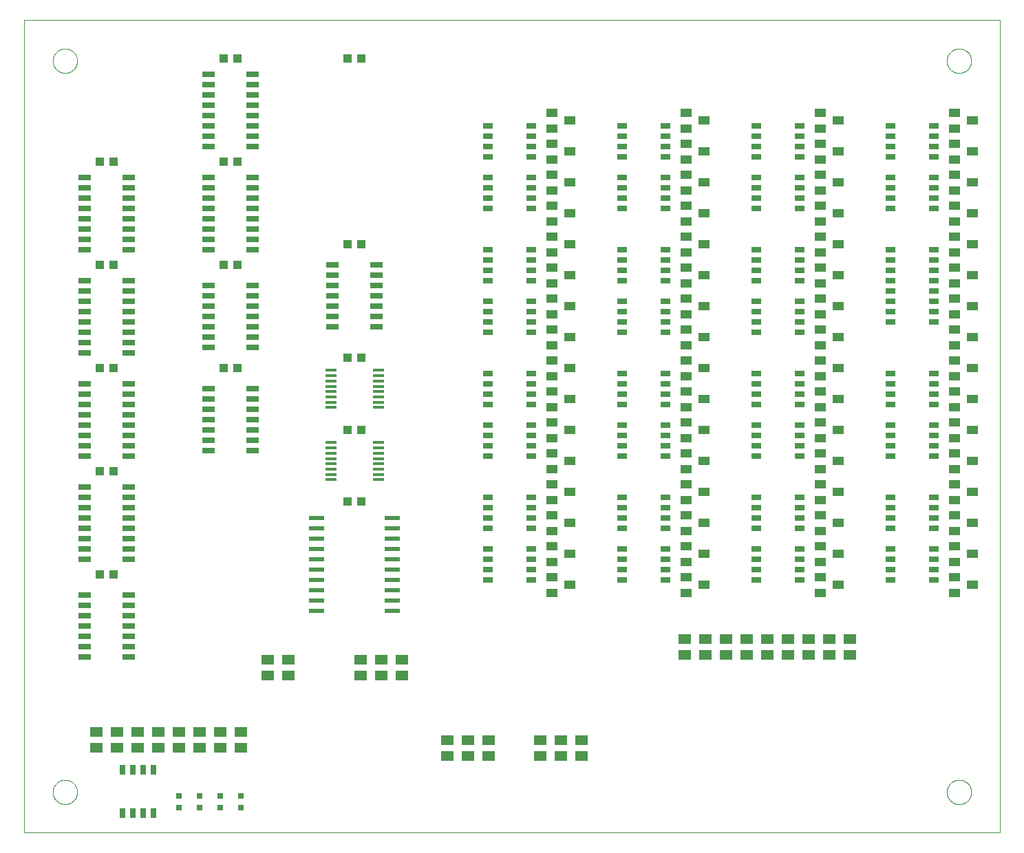
<source format=gtp>
G75*
%MOIN*%
%OFA0B0*%
%FSLAX25Y25*%
%IPPOS*%
%LPD*%
%AMOC8*
5,1,8,0,0,1.08239X$1,22.5*
%
%ADD10C,0.00000*%
%ADD11R,0.04331X0.03937*%
%ADD12R,0.05512X0.03937*%
%ADD13R,0.06004X0.02559*%
%ADD14R,0.05800X0.01400*%
%ADD15R,0.07800X0.02200*%
%ADD16R,0.03150X0.03150*%
%ADD17R,0.05906X0.05118*%
%ADD18R,0.02992X0.05000*%
%ADD19R,0.05000X0.02992*%
D10*
X0001800Y0003582D02*
X0001800Y0397283D01*
X0474241Y0397283D01*
X0474241Y0003582D01*
X0001800Y0003582D01*
X0015579Y0023267D02*
X0015581Y0023420D01*
X0015587Y0023574D01*
X0015597Y0023727D01*
X0015611Y0023879D01*
X0015629Y0024032D01*
X0015651Y0024183D01*
X0015676Y0024334D01*
X0015706Y0024485D01*
X0015740Y0024635D01*
X0015777Y0024783D01*
X0015818Y0024931D01*
X0015863Y0025077D01*
X0015912Y0025223D01*
X0015965Y0025367D01*
X0016021Y0025509D01*
X0016081Y0025650D01*
X0016145Y0025790D01*
X0016212Y0025928D01*
X0016283Y0026064D01*
X0016358Y0026198D01*
X0016435Y0026330D01*
X0016517Y0026460D01*
X0016601Y0026588D01*
X0016689Y0026714D01*
X0016780Y0026837D01*
X0016874Y0026958D01*
X0016972Y0027076D01*
X0017072Y0027192D01*
X0017176Y0027305D01*
X0017282Y0027416D01*
X0017391Y0027524D01*
X0017503Y0027629D01*
X0017617Y0027730D01*
X0017735Y0027829D01*
X0017854Y0027925D01*
X0017976Y0028018D01*
X0018101Y0028107D01*
X0018228Y0028194D01*
X0018357Y0028276D01*
X0018488Y0028356D01*
X0018621Y0028432D01*
X0018756Y0028505D01*
X0018893Y0028574D01*
X0019032Y0028639D01*
X0019172Y0028701D01*
X0019314Y0028759D01*
X0019457Y0028814D01*
X0019602Y0028865D01*
X0019748Y0028912D01*
X0019895Y0028955D01*
X0020043Y0028994D01*
X0020192Y0029030D01*
X0020342Y0029061D01*
X0020493Y0029089D01*
X0020644Y0029113D01*
X0020797Y0029133D01*
X0020949Y0029149D01*
X0021102Y0029161D01*
X0021255Y0029169D01*
X0021408Y0029173D01*
X0021562Y0029173D01*
X0021715Y0029169D01*
X0021868Y0029161D01*
X0022021Y0029149D01*
X0022173Y0029133D01*
X0022326Y0029113D01*
X0022477Y0029089D01*
X0022628Y0029061D01*
X0022778Y0029030D01*
X0022927Y0028994D01*
X0023075Y0028955D01*
X0023222Y0028912D01*
X0023368Y0028865D01*
X0023513Y0028814D01*
X0023656Y0028759D01*
X0023798Y0028701D01*
X0023938Y0028639D01*
X0024077Y0028574D01*
X0024214Y0028505D01*
X0024349Y0028432D01*
X0024482Y0028356D01*
X0024613Y0028276D01*
X0024742Y0028194D01*
X0024869Y0028107D01*
X0024994Y0028018D01*
X0025116Y0027925D01*
X0025235Y0027829D01*
X0025353Y0027730D01*
X0025467Y0027629D01*
X0025579Y0027524D01*
X0025688Y0027416D01*
X0025794Y0027305D01*
X0025898Y0027192D01*
X0025998Y0027076D01*
X0026096Y0026958D01*
X0026190Y0026837D01*
X0026281Y0026714D01*
X0026369Y0026588D01*
X0026453Y0026460D01*
X0026535Y0026330D01*
X0026612Y0026198D01*
X0026687Y0026064D01*
X0026758Y0025928D01*
X0026825Y0025790D01*
X0026889Y0025650D01*
X0026949Y0025509D01*
X0027005Y0025367D01*
X0027058Y0025223D01*
X0027107Y0025077D01*
X0027152Y0024931D01*
X0027193Y0024783D01*
X0027230Y0024635D01*
X0027264Y0024485D01*
X0027294Y0024334D01*
X0027319Y0024183D01*
X0027341Y0024032D01*
X0027359Y0023879D01*
X0027373Y0023727D01*
X0027383Y0023574D01*
X0027389Y0023420D01*
X0027391Y0023267D01*
X0027389Y0023114D01*
X0027383Y0022960D01*
X0027373Y0022807D01*
X0027359Y0022655D01*
X0027341Y0022502D01*
X0027319Y0022351D01*
X0027294Y0022200D01*
X0027264Y0022049D01*
X0027230Y0021899D01*
X0027193Y0021751D01*
X0027152Y0021603D01*
X0027107Y0021457D01*
X0027058Y0021311D01*
X0027005Y0021167D01*
X0026949Y0021025D01*
X0026889Y0020884D01*
X0026825Y0020744D01*
X0026758Y0020606D01*
X0026687Y0020470D01*
X0026612Y0020336D01*
X0026535Y0020204D01*
X0026453Y0020074D01*
X0026369Y0019946D01*
X0026281Y0019820D01*
X0026190Y0019697D01*
X0026096Y0019576D01*
X0025998Y0019458D01*
X0025898Y0019342D01*
X0025794Y0019229D01*
X0025688Y0019118D01*
X0025579Y0019010D01*
X0025467Y0018905D01*
X0025353Y0018804D01*
X0025235Y0018705D01*
X0025116Y0018609D01*
X0024994Y0018516D01*
X0024869Y0018427D01*
X0024742Y0018340D01*
X0024613Y0018258D01*
X0024482Y0018178D01*
X0024349Y0018102D01*
X0024214Y0018029D01*
X0024077Y0017960D01*
X0023938Y0017895D01*
X0023798Y0017833D01*
X0023656Y0017775D01*
X0023513Y0017720D01*
X0023368Y0017669D01*
X0023222Y0017622D01*
X0023075Y0017579D01*
X0022927Y0017540D01*
X0022778Y0017504D01*
X0022628Y0017473D01*
X0022477Y0017445D01*
X0022326Y0017421D01*
X0022173Y0017401D01*
X0022021Y0017385D01*
X0021868Y0017373D01*
X0021715Y0017365D01*
X0021562Y0017361D01*
X0021408Y0017361D01*
X0021255Y0017365D01*
X0021102Y0017373D01*
X0020949Y0017385D01*
X0020797Y0017401D01*
X0020644Y0017421D01*
X0020493Y0017445D01*
X0020342Y0017473D01*
X0020192Y0017504D01*
X0020043Y0017540D01*
X0019895Y0017579D01*
X0019748Y0017622D01*
X0019602Y0017669D01*
X0019457Y0017720D01*
X0019314Y0017775D01*
X0019172Y0017833D01*
X0019032Y0017895D01*
X0018893Y0017960D01*
X0018756Y0018029D01*
X0018621Y0018102D01*
X0018488Y0018178D01*
X0018357Y0018258D01*
X0018228Y0018340D01*
X0018101Y0018427D01*
X0017976Y0018516D01*
X0017854Y0018609D01*
X0017735Y0018705D01*
X0017617Y0018804D01*
X0017503Y0018905D01*
X0017391Y0019010D01*
X0017282Y0019118D01*
X0017176Y0019229D01*
X0017072Y0019342D01*
X0016972Y0019458D01*
X0016874Y0019576D01*
X0016780Y0019697D01*
X0016689Y0019820D01*
X0016601Y0019946D01*
X0016517Y0020074D01*
X0016435Y0020204D01*
X0016358Y0020336D01*
X0016283Y0020470D01*
X0016212Y0020606D01*
X0016145Y0020744D01*
X0016081Y0020884D01*
X0016021Y0021025D01*
X0015965Y0021167D01*
X0015912Y0021311D01*
X0015863Y0021457D01*
X0015818Y0021603D01*
X0015777Y0021751D01*
X0015740Y0021899D01*
X0015706Y0022049D01*
X0015676Y0022200D01*
X0015651Y0022351D01*
X0015629Y0022502D01*
X0015611Y0022655D01*
X0015597Y0022807D01*
X0015587Y0022960D01*
X0015581Y0023114D01*
X0015579Y0023267D01*
X0015579Y0377598D02*
X0015581Y0377751D01*
X0015587Y0377905D01*
X0015597Y0378058D01*
X0015611Y0378210D01*
X0015629Y0378363D01*
X0015651Y0378514D01*
X0015676Y0378665D01*
X0015706Y0378816D01*
X0015740Y0378966D01*
X0015777Y0379114D01*
X0015818Y0379262D01*
X0015863Y0379408D01*
X0015912Y0379554D01*
X0015965Y0379698D01*
X0016021Y0379840D01*
X0016081Y0379981D01*
X0016145Y0380121D01*
X0016212Y0380259D01*
X0016283Y0380395D01*
X0016358Y0380529D01*
X0016435Y0380661D01*
X0016517Y0380791D01*
X0016601Y0380919D01*
X0016689Y0381045D01*
X0016780Y0381168D01*
X0016874Y0381289D01*
X0016972Y0381407D01*
X0017072Y0381523D01*
X0017176Y0381636D01*
X0017282Y0381747D01*
X0017391Y0381855D01*
X0017503Y0381960D01*
X0017617Y0382061D01*
X0017735Y0382160D01*
X0017854Y0382256D01*
X0017976Y0382349D01*
X0018101Y0382438D01*
X0018228Y0382525D01*
X0018357Y0382607D01*
X0018488Y0382687D01*
X0018621Y0382763D01*
X0018756Y0382836D01*
X0018893Y0382905D01*
X0019032Y0382970D01*
X0019172Y0383032D01*
X0019314Y0383090D01*
X0019457Y0383145D01*
X0019602Y0383196D01*
X0019748Y0383243D01*
X0019895Y0383286D01*
X0020043Y0383325D01*
X0020192Y0383361D01*
X0020342Y0383392D01*
X0020493Y0383420D01*
X0020644Y0383444D01*
X0020797Y0383464D01*
X0020949Y0383480D01*
X0021102Y0383492D01*
X0021255Y0383500D01*
X0021408Y0383504D01*
X0021562Y0383504D01*
X0021715Y0383500D01*
X0021868Y0383492D01*
X0022021Y0383480D01*
X0022173Y0383464D01*
X0022326Y0383444D01*
X0022477Y0383420D01*
X0022628Y0383392D01*
X0022778Y0383361D01*
X0022927Y0383325D01*
X0023075Y0383286D01*
X0023222Y0383243D01*
X0023368Y0383196D01*
X0023513Y0383145D01*
X0023656Y0383090D01*
X0023798Y0383032D01*
X0023938Y0382970D01*
X0024077Y0382905D01*
X0024214Y0382836D01*
X0024349Y0382763D01*
X0024482Y0382687D01*
X0024613Y0382607D01*
X0024742Y0382525D01*
X0024869Y0382438D01*
X0024994Y0382349D01*
X0025116Y0382256D01*
X0025235Y0382160D01*
X0025353Y0382061D01*
X0025467Y0381960D01*
X0025579Y0381855D01*
X0025688Y0381747D01*
X0025794Y0381636D01*
X0025898Y0381523D01*
X0025998Y0381407D01*
X0026096Y0381289D01*
X0026190Y0381168D01*
X0026281Y0381045D01*
X0026369Y0380919D01*
X0026453Y0380791D01*
X0026535Y0380661D01*
X0026612Y0380529D01*
X0026687Y0380395D01*
X0026758Y0380259D01*
X0026825Y0380121D01*
X0026889Y0379981D01*
X0026949Y0379840D01*
X0027005Y0379698D01*
X0027058Y0379554D01*
X0027107Y0379408D01*
X0027152Y0379262D01*
X0027193Y0379114D01*
X0027230Y0378966D01*
X0027264Y0378816D01*
X0027294Y0378665D01*
X0027319Y0378514D01*
X0027341Y0378363D01*
X0027359Y0378210D01*
X0027373Y0378058D01*
X0027383Y0377905D01*
X0027389Y0377751D01*
X0027391Y0377598D01*
X0027389Y0377445D01*
X0027383Y0377291D01*
X0027373Y0377138D01*
X0027359Y0376986D01*
X0027341Y0376833D01*
X0027319Y0376682D01*
X0027294Y0376531D01*
X0027264Y0376380D01*
X0027230Y0376230D01*
X0027193Y0376082D01*
X0027152Y0375934D01*
X0027107Y0375788D01*
X0027058Y0375642D01*
X0027005Y0375498D01*
X0026949Y0375356D01*
X0026889Y0375215D01*
X0026825Y0375075D01*
X0026758Y0374937D01*
X0026687Y0374801D01*
X0026612Y0374667D01*
X0026535Y0374535D01*
X0026453Y0374405D01*
X0026369Y0374277D01*
X0026281Y0374151D01*
X0026190Y0374028D01*
X0026096Y0373907D01*
X0025998Y0373789D01*
X0025898Y0373673D01*
X0025794Y0373560D01*
X0025688Y0373449D01*
X0025579Y0373341D01*
X0025467Y0373236D01*
X0025353Y0373135D01*
X0025235Y0373036D01*
X0025116Y0372940D01*
X0024994Y0372847D01*
X0024869Y0372758D01*
X0024742Y0372671D01*
X0024613Y0372589D01*
X0024482Y0372509D01*
X0024349Y0372433D01*
X0024214Y0372360D01*
X0024077Y0372291D01*
X0023938Y0372226D01*
X0023798Y0372164D01*
X0023656Y0372106D01*
X0023513Y0372051D01*
X0023368Y0372000D01*
X0023222Y0371953D01*
X0023075Y0371910D01*
X0022927Y0371871D01*
X0022778Y0371835D01*
X0022628Y0371804D01*
X0022477Y0371776D01*
X0022326Y0371752D01*
X0022173Y0371732D01*
X0022021Y0371716D01*
X0021868Y0371704D01*
X0021715Y0371696D01*
X0021562Y0371692D01*
X0021408Y0371692D01*
X0021255Y0371696D01*
X0021102Y0371704D01*
X0020949Y0371716D01*
X0020797Y0371732D01*
X0020644Y0371752D01*
X0020493Y0371776D01*
X0020342Y0371804D01*
X0020192Y0371835D01*
X0020043Y0371871D01*
X0019895Y0371910D01*
X0019748Y0371953D01*
X0019602Y0372000D01*
X0019457Y0372051D01*
X0019314Y0372106D01*
X0019172Y0372164D01*
X0019032Y0372226D01*
X0018893Y0372291D01*
X0018756Y0372360D01*
X0018621Y0372433D01*
X0018488Y0372509D01*
X0018357Y0372589D01*
X0018228Y0372671D01*
X0018101Y0372758D01*
X0017976Y0372847D01*
X0017854Y0372940D01*
X0017735Y0373036D01*
X0017617Y0373135D01*
X0017503Y0373236D01*
X0017391Y0373341D01*
X0017282Y0373449D01*
X0017176Y0373560D01*
X0017072Y0373673D01*
X0016972Y0373789D01*
X0016874Y0373907D01*
X0016780Y0374028D01*
X0016689Y0374151D01*
X0016601Y0374277D01*
X0016517Y0374405D01*
X0016435Y0374535D01*
X0016358Y0374667D01*
X0016283Y0374801D01*
X0016212Y0374937D01*
X0016145Y0375075D01*
X0016081Y0375215D01*
X0016021Y0375356D01*
X0015965Y0375498D01*
X0015912Y0375642D01*
X0015863Y0375788D01*
X0015818Y0375934D01*
X0015777Y0376082D01*
X0015740Y0376230D01*
X0015706Y0376380D01*
X0015676Y0376531D01*
X0015651Y0376682D01*
X0015629Y0376833D01*
X0015611Y0376986D01*
X0015597Y0377138D01*
X0015587Y0377291D01*
X0015581Y0377445D01*
X0015579Y0377598D01*
X0448650Y0377598D02*
X0448652Y0377751D01*
X0448658Y0377905D01*
X0448668Y0378058D01*
X0448682Y0378210D01*
X0448700Y0378363D01*
X0448722Y0378514D01*
X0448747Y0378665D01*
X0448777Y0378816D01*
X0448811Y0378966D01*
X0448848Y0379114D01*
X0448889Y0379262D01*
X0448934Y0379408D01*
X0448983Y0379554D01*
X0449036Y0379698D01*
X0449092Y0379840D01*
X0449152Y0379981D01*
X0449216Y0380121D01*
X0449283Y0380259D01*
X0449354Y0380395D01*
X0449429Y0380529D01*
X0449506Y0380661D01*
X0449588Y0380791D01*
X0449672Y0380919D01*
X0449760Y0381045D01*
X0449851Y0381168D01*
X0449945Y0381289D01*
X0450043Y0381407D01*
X0450143Y0381523D01*
X0450247Y0381636D01*
X0450353Y0381747D01*
X0450462Y0381855D01*
X0450574Y0381960D01*
X0450688Y0382061D01*
X0450806Y0382160D01*
X0450925Y0382256D01*
X0451047Y0382349D01*
X0451172Y0382438D01*
X0451299Y0382525D01*
X0451428Y0382607D01*
X0451559Y0382687D01*
X0451692Y0382763D01*
X0451827Y0382836D01*
X0451964Y0382905D01*
X0452103Y0382970D01*
X0452243Y0383032D01*
X0452385Y0383090D01*
X0452528Y0383145D01*
X0452673Y0383196D01*
X0452819Y0383243D01*
X0452966Y0383286D01*
X0453114Y0383325D01*
X0453263Y0383361D01*
X0453413Y0383392D01*
X0453564Y0383420D01*
X0453715Y0383444D01*
X0453868Y0383464D01*
X0454020Y0383480D01*
X0454173Y0383492D01*
X0454326Y0383500D01*
X0454479Y0383504D01*
X0454633Y0383504D01*
X0454786Y0383500D01*
X0454939Y0383492D01*
X0455092Y0383480D01*
X0455244Y0383464D01*
X0455397Y0383444D01*
X0455548Y0383420D01*
X0455699Y0383392D01*
X0455849Y0383361D01*
X0455998Y0383325D01*
X0456146Y0383286D01*
X0456293Y0383243D01*
X0456439Y0383196D01*
X0456584Y0383145D01*
X0456727Y0383090D01*
X0456869Y0383032D01*
X0457009Y0382970D01*
X0457148Y0382905D01*
X0457285Y0382836D01*
X0457420Y0382763D01*
X0457553Y0382687D01*
X0457684Y0382607D01*
X0457813Y0382525D01*
X0457940Y0382438D01*
X0458065Y0382349D01*
X0458187Y0382256D01*
X0458306Y0382160D01*
X0458424Y0382061D01*
X0458538Y0381960D01*
X0458650Y0381855D01*
X0458759Y0381747D01*
X0458865Y0381636D01*
X0458969Y0381523D01*
X0459069Y0381407D01*
X0459167Y0381289D01*
X0459261Y0381168D01*
X0459352Y0381045D01*
X0459440Y0380919D01*
X0459524Y0380791D01*
X0459606Y0380661D01*
X0459683Y0380529D01*
X0459758Y0380395D01*
X0459829Y0380259D01*
X0459896Y0380121D01*
X0459960Y0379981D01*
X0460020Y0379840D01*
X0460076Y0379698D01*
X0460129Y0379554D01*
X0460178Y0379408D01*
X0460223Y0379262D01*
X0460264Y0379114D01*
X0460301Y0378966D01*
X0460335Y0378816D01*
X0460365Y0378665D01*
X0460390Y0378514D01*
X0460412Y0378363D01*
X0460430Y0378210D01*
X0460444Y0378058D01*
X0460454Y0377905D01*
X0460460Y0377751D01*
X0460462Y0377598D01*
X0460460Y0377445D01*
X0460454Y0377291D01*
X0460444Y0377138D01*
X0460430Y0376986D01*
X0460412Y0376833D01*
X0460390Y0376682D01*
X0460365Y0376531D01*
X0460335Y0376380D01*
X0460301Y0376230D01*
X0460264Y0376082D01*
X0460223Y0375934D01*
X0460178Y0375788D01*
X0460129Y0375642D01*
X0460076Y0375498D01*
X0460020Y0375356D01*
X0459960Y0375215D01*
X0459896Y0375075D01*
X0459829Y0374937D01*
X0459758Y0374801D01*
X0459683Y0374667D01*
X0459606Y0374535D01*
X0459524Y0374405D01*
X0459440Y0374277D01*
X0459352Y0374151D01*
X0459261Y0374028D01*
X0459167Y0373907D01*
X0459069Y0373789D01*
X0458969Y0373673D01*
X0458865Y0373560D01*
X0458759Y0373449D01*
X0458650Y0373341D01*
X0458538Y0373236D01*
X0458424Y0373135D01*
X0458306Y0373036D01*
X0458187Y0372940D01*
X0458065Y0372847D01*
X0457940Y0372758D01*
X0457813Y0372671D01*
X0457684Y0372589D01*
X0457553Y0372509D01*
X0457420Y0372433D01*
X0457285Y0372360D01*
X0457148Y0372291D01*
X0457009Y0372226D01*
X0456869Y0372164D01*
X0456727Y0372106D01*
X0456584Y0372051D01*
X0456439Y0372000D01*
X0456293Y0371953D01*
X0456146Y0371910D01*
X0455998Y0371871D01*
X0455849Y0371835D01*
X0455699Y0371804D01*
X0455548Y0371776D01*
X0455397Y0371752D01*
X0455244Y0371732D01*
X0455092Y0371716D01*
X0454939Y0371704D01*
X0454786Y0371696D01*
X0454633Y0371692D01*
X0454479Y0371692D01*
X0454326Y0371696D01*
X0454173Y0371704D01*
X0454020Y0371716D01*
X0453868Y0371732D01*
X0453715Y0371752D01*
X0453564Y0371776D01*
X0453413Y0371804D01*
X0453263Y0371835D01*
X0453114Y0371871D01*
X0452966Y0371910D01*
X0452819Y0371953D01*
X0452673Y0372000D01*
X0452528Y0372051D01*
X0452385Y0372106D01*
X0452243Y0372164D01*
X0452103Y0372226D01*
X0451964Y0372291D01*
X0451827Y0372360D01*
X0451692Y0372433D01*
X0451559Y0372509D01*
X0451428Y0372589D01*
X0451299Y0372671D01*
X0451172Y0372758D01*
X0451047Y0372847D01*
X0450925Y0372940D01*
X0450806Y0373036D01*
X0450688Y0373135D01*
X0450574Y0373236D01*
X0450462Y0373341D01*
X0450353Y0373449D01*
X0450247Y0373560D01*
X0450143Y0373673D01*
X0450043Y0373789D01*
X0449945Y0373907D01*
X0449851Y0374028D01*
X0449760Y0374151D01*
X0449672Y0374277D01*
X0449588Y0374405D01*
X0449506Y0374535D01*
X0449429Y0374667D01*
X0449354Y0374801D01*
X0449283Y0374937D01*
X0449216Y0375075D01*
X0449152Y0375215D01*
X0449092Y0375356D01*
X0449036Y0375498D01*
X0448983Y0375642D01*
X0448934Y0375788D01*
X0448889Y0375934D01*
X0448848Y0376082D01*
X0448811Y0376230D01*
X0448777Y0376380D01*
X0448747Y0376531D01*
X0448722Y0376682D01*
X0448700Y0376833D01*
X0448682Y0376986D01*
X0448668Y0377138D01*
X0448658Y0377291D01*
X0448652Y0377445D01*
X0448650Y0377598D01*
X0448650Y0023267D02*
X0448652Y0023420D01*
X0448658Y0023574D01*
X0448668Y0023727D01*
X0448682Y0023879D01*
X0448700Y0024032D01*
X0448722Y0024183D01*
X0448747Y0024334D01*
X0448777Y0024485D01*
X0448811Y0024635D01*
X0448848Y0024783D01*
X0448889Y0024931D01*
X0448934Y0025077D01*
X0448983Y0025223D01*
X0449036Y0025367D01*
X0449092Y0025509D01*
X0449152Y0025650D01*
X0449216Y0025790D01*
X0449283Y0025928D01*
X0449354Y0026064D01*
X0449429Y0026198D01*
X0449506Y0026330D01*
X0449588Y0026460D01*
X0449672Y0026588D01*
X0449760Y0026714D01*
X0449851Y0026837D01*
X0449945Y0026958D01*
X0450043Y0027076D01*
X0450143Y0027192D01*
X0450247Y0027305D01*
X0450353Y0027416D01*
X0450462Y0027524D01*
X0450574Y0027629D01*
X0450688Y0027730D01*
X0450806Y0027829D01*
X0450925Y0027925D01*
X0451047Y0028018D01*
X0451172Y0028107D01*
X0451299Y0028194D01*
X0451428Y0028276D01*
X0451559Y0028356D01*
X0451692Y0028432D01*
X0451827Y0028505D01*
X0451964Y0028574D01*
X0452103Y0028639D01*
X0452243Y0028701D01*
X0452385Y0028759D01*
X0452528Y0028814D01*
X0452673Y0028865D01*
X0452819Y0028912D01*
X0452966Y0028955D01*
X0453114Y0028994D01*
X0453263Y0029030D01*
X0453413Y0029061D01*
X0453564Y0029089D01*
X0453715Y0029113D01*
X0453868Y0029133D01*
X0454020Y0029149D01*
X0454173Y0029161D01*
X0454326Y0029169D01*
X0454479Y0029173D01*
X0454633Y0029173D01*
X0454786Y0029169D01*
X0454939Y0029161D01*
X0455092Y0029149D01*
X0455244Y0029133D01*
X0455397Y0029113D01*
X0455548Y0029089D01*
X0455699Y0029061D01*
X0455849Y0029030D01*
X0455998Y0028994D01*
X0456146Y0028955D01*
X0456293Y0028912D01*
X0456439Y0028865D01*
X0456584Y0028814D01*
X0456727Y0028759D01*
X0456869Y0028701D01*
X0457009Y0028639D01*
X0457148Y0028574D01*
X0457285Y0028505D01*
X0457420Y0028432D01*
X0457553Y0028356D01*
X0457684Y0028276D01*
X0457813Y0028194D01*
X0457940Y0028107D01*
X0458065Y0028018D01*
X0458187Y0027925D01*
X0458306Y0027829D01*
X0458424Y0027730D01*
X0458538Y0027629D01*
X0458650Y0027524D01*
X0458759Y0027416D01*
X0458865Y0027305D01*
X0458969Y0027192D01*
X0459069Y0027076D01*
X0459167Y0026958D01*
X0459261Y0026837D01*
X0459352Y0026714D01*
X0459440Y0026588D01*
X0459524Y0026460D01*
X0459606Y0026330D01*
X0459683Y0026198D01*
X0459758Y0026064D01*
X0459829Y0025928D01*
X0459896Y0025790D01*
X0459960Y0025650D01*
X0460020Y0025509D01*
X0460076Y0025367D01*
X0460129Y0025223D01*
X0460178Y0025077D01*
X0460223Y0024931D01*
X0460264Y0024783D01*
X0460301Y0024635D01*
X0460335Y0024485D01*
X0460365Y0024334D01*
X0460390Y0024183D01*
X0460412Y0024032D01*
X0460430Y0023879D01*
X0460444Y0023727D01*
X0460454Y0023574D01*
X0460460Y0023420D01*
X0460462Y0023267D01*
X0460460Y0023114D01*
X0460454Y0022960D01*
X0460444Y0022807D01*
X0460430Y0022655D01*
X0460412Y0022502D01*
X0460390Y0022351D01*
X0460365Y0022200D01*
X0460335Y0022049D01*
X0460301Y0021899D01*
X0460264Y0021751D01*
X0460223Y0021603D01*
X0460178Y0021457D01*
X0460129Y0021311D01*
X0460076Y0021167D01*
X0460020Y0021025D01*
X0459960Y0020884D01*
X0459896Y0020744D01*
X0459829Y0020606D01*
X0459758Y0020470D01*
X0459683Y0020336D01*
X0459606Y0020204D01*
X0459524Y0020074D01*
X0459440Y0019946D01*
X0459352Y0019820D01*
X0459261Y0019697D01*
X0459167Y0019576D01*
X0459069Y0019458D01*
X0458969Y0019342D01*
X0458865Y0019229D01*
X0458759Y0019118D01*
X0458650Y0019010D01*
X0458538Y0018905D01*
X0458424Y0018804D01*
X0458306Y0018705D01*
X0458187Y0018609D01*
X0458065Y0018516D01*
X0457940Y0018427D01*
X0457813Y0018340D01*
X0457684Y0018258D01*
X0457553Y0018178D01*
X0457420Y0018102D01*
X0457285Y0018029D01*
X0457148Y0017960D01*
X0457009Y0017895D01*
X0456869Y0017833D01*
X0456727Y0017775D01*
X0456584Y0017720D01*
X0456439Y0017669D01*
X0456293Y0017622D01*
X0456146Y0017579D01*
X0455998Y0017540D01*
X0455849Y0017504D01*
X0455699Y0017473D01*
X0455548Y0017445D01*
X0455397Y0017421D01*
X0455244Y0017401D01*
X0455092Y0017385D01*
X0454939Y0017373D01*
X0454786Y0017365D01*
X0454633Y0017361D01*
X0454479Y0017361D01*
X0454326Y0017365D01*
X0454173Y0017373D01*
X0454020Y0017385D01*
X0453868Y0017401D01*
X0453715Y0017421D01*
X0453564Y0017445D01*
X0453413Y0017473D01*
X0453263Y0017504D01*
X0453114Y0017540D01*
X0452966Y0017579D01*
X0452819Y0017622D01*
X0452673Y0017669D01*
X0452528Y0017720D01*
X0452385Y0017775D01*
X0452243Y0017833D01*
X0452103Y0017895D01*
X0451964Y0017960D01*
X0451827Y0018029D01*
X0451692Y0018102D01*
X0451559Y0018178D01*
X0451428Y0018258D01*
X0451299Y0018340D01*
X0451172Y0018427D01*
X0451047Y0018516D01*
X0450925Y0018609D01*
X0450806Y0018705D01*
X0450688Y0018804D01*
X0450574Y0018905D01*
X0450462Y0019010D01*
X0450353Y0019118D01*
X0450247Y0019229D01*
X0450143Y0019342D01*
X0450043Y0019458D01*
X0449945Y0019576D01*
X0449851Y0019697D01*
X0449760Y0019820D01*
X0449672Y0019946D01*
X0449588Y0020074D01*
X0449506Y0020204D01*
X0449429Y0020336D01*
X0449354Y0020470D01*
X0449283Y0020606D01*
X0449216Y0020744D01*
X0449152Y0020884D01*
X0449092Y0021025D01*
X0449036Y0021167D01*
X0448983Y0021311D01*
X0448934Y0021457D01*
X0448889Y0021603D01*
X0448848Y0021751D01*
X0448811Y0021899D01*
X0448777Y0022049D01*
X0448747Y0022200D01*
X0448722Y0022351D01*
X0448700Y0022502D01*
X0448682Y0022655D01*
X0448668Y0022807D01*
X0448658Y0022960D01*
X0448652Y0023114D01*
X0448650Y0023267D01*
D11*
X0165068Y0164055D03*
X0158375Y0164055D03*
X0158454Y0198582D03*
X0165146Y0198582D03*
X0165146Y0233582D03*
X0158454Y0233582D03*
X0105146Y0228582D03*
X0098454Y0228582D03*
X0045146Y0228582D03*
X0038454Y0228582D03*
X0038454Y0278582D03*
X0045146Y0278582D03*
X0098454Y0278582D03*
X0105146Y0278582D03*
X0158454Y0288582D03*
X0165146Y0288582D03*
X0105146Y0328582D03*
X0098454Y0328582D03*
X0045146Y0328582D03*
X0038454Y0328582D03*
X0098454Y0378582D03*
X0105146Y0378582D03*
X0158454Y0378582D03*
X0165146Y0378582D03*
X0045146Y0178582D03*
X0038454Y0178582D03*
X0038454Y0128582D03*
X0045146Y0128582D03*
D12*
X0257469Y0127323D03*
X0257469Y0119842D03*
X0266131Y0123582D03*
X0257469Y0134842D03*
X0266131Y0138582D03*
X0257469Y0142323D03*
X0257469Y0149842D03*
X0266131Y0153582D03*
X0257469Y0157323D03*
X0257469Y0164842D03*
X0266131Y0168582D03*
X0257469Y0172323D03*
X0257469Y0179842D03*
X0257469Y0187323D03*
X0266131Y0183582D03*
X0257469Y0194842D03*
X0266131Y0198582D03*
X0257469Y0202323D03*
X0257469Y0209842D03*
X0266131Y0213582D03*
X0257469Y0217323D03*
X0257469Y0224842D03*
X0266131Y0228582D03*
X0257469Y0232323D03*
X0257469Y0239842D03*
X0257469Y0247323D03*
X0266131Y0243582D03*
X0257469Y0254842D03*
X0266131Y0258582D03*
X0257469Y0262323D03*
X0257469Y0269842D03*
X0266131Y0273582D03*
X0257469Y0277323D03*
X0257469Y0284842D03*
X0266131Y0288582D03*
X0257469Y0292323D03*
X0257469Y0299842D03*
X0266131Y0303582D03*
X0257469Y0307323D03*
X0257469Y0314842D03*
X0266131Y0318582D03*
X0257469Y0322323D03*
X0257469Y0329842D03*
X0266131Y0333582D03*
X0257469Y0337323D03*
X0257469Y0344842D03*
X0266131Y0348582D03*
X0257469Y0352323D03*
X0322469Y0352323D03*
X0322469Y0344842D03*
X0322469Y0337323D03*
X0322469Y0329842D03*
X0322469Y0322323D03*
X0322469Y0314842D03*
X0322469Y0307323D03*
X0322469Y0299842D03*
X0322469Y0292323D03*
X0322469Y0284842D03*
X0322469Y0277323D03*
X0322469Y0269842D03*
X0322469Y0262323D03*
X0322469Y0254842D03*
X0322469Y0247323D03*
X0322469Y0239842D03*
X0322469Y0232323D03*
X0322469Y0224842D03*
X0322469Y0217323D03*
X0322469Y0209842D03*
X0322469Y0202323D03*
X0322469Y0194842D03*
X0322469Y0187323D03*
X0322469Y0179842D03*
X0322469Y0172323D03*
X0322469Y0164842D03*
X0322469Y0157323D03*
X0322469Y0149842D03*
X0322469Y0142323D03*
X0322469Y0134842D03*
X0322469Y0127323D03*
X0322469Y0119842D03*
X0331131Y0123582D03*
X0331131Y0138582D03*
X0331131Y0153582D03*
X0331131Y0168582D03*
X0331131Y0183582D03*
X0331131Y0198582D03*
X0331131Y0213582D03*
X0331131Y0228582D03*
X0331131Y0243582D03*
X0331131Y0258582D03*
X0331131Y0273582D03*
X0331131Y0288582D03*
X0331131Y0303582D03*
X0331131Y0318582D03*
X0331131Y0333582D03*
X0331131Y0348582D03*
X0387469Y0344842D03*
X0387469Y0352323D03*
X0396131Y0348582D03*
X0387469Y0337323D03*
X0387469Y0329842D03*
X0387469Y0322323D03*
X0387469Y0314842D03*
X0387469Y0307323D03*
X0387469Y0299842D03*
X0387469Y0292323D03*
X0387469Y0284842D03*
X0387469Y0277323D03*
X0387469Y0269842D03*
X0387469Y0262323D03*
X0387469Y0254842D03*
X0387469Y0247323D03*
X0387469Y0239842D03*
X0387469Y0232323D03*
X0387469Y0224842D03*
X0387469Y0217323D03*
X0387469Y0209842D03*
X0387469Y0202323D03*
X0387469Y0194842D03*
X0387469Y0187323D03*
X0387469Y0179842D03*
X0387469Y0172323D03*
X0387469Y0164842D03*
X0387469Y0157323D03*
X0387469Y0149842D03*
X0387469Y0142323D03*
X0387469Y0134842D03*
X0387469Y0127323D03*
X0387469Y0119842D03*
X0396131Y0123582D03*
X0396131Y0138582D03*
X0396131Y0153582D03*
X0396131Y0168582D03*
X0396131Y0183582D03*
X0396131Y0198582D03*
X0396131Y0213582D03*
X0396131Y0228582D03*
X0396131Y0243582D03*
X0396131Y0258582D03*
X0396131Y0273582D03*
X0396131Y0288582D03*
X0396131Y0303582D03*
X0396131Y0318582D03*
X0396131Y0333582D03*
X0452469Y0329842D03*
X0461131Y0333582D03*
X0452469Y0337323D03*
X0452469Y0344842D03*
X0461131Y0348582D03*
X0452469Y0352323D03*
X0452469Y0322323D03*
X0461131Y0318582D03*
X0452469Y0314842D03*
X0452469Y0307323D03*
X0461131Y0303582D03*
X0452469Y0299842D03*
X0452469Y0292323D03*
X0461131Y0288582D03*
X0452469Y0284842D03*
X0452469Y0277323D03*
X0461131Y0273582D03*
X0452469Y0269842D03*
X0452469Y0262323D03*
X0461131Y0258582D03*
X0452469Y0254842D03*
X0452469Y0247323D03*
X0452469Y0239842D03*
X0461131Y0243582D03*
X0452469Y0232323D03*
X0461131Y0228582D03*
X0452469Y0224842D03*
X0452469Y0217323D03*
X0461131Y0213582D03*
X0452469Y0209842D03*
X0452469Y0202323D03*
X0461131Y0198582D03*
X0452469Y0194842D03*
X0452469Y0187323D03*
X0452469Y0179842D03*
X0461131Y0183582D03*
X0452469Y0172323D03*
X0461131Y0168582D03*
X0452469Y0164842D03*
X0452469Y0157323D03*
X0461131Y0153582D03*
X0452469Y0149842D03*
X0452469Y0142323D03*
X0461131Y0138582D03*
X0452469Y0134842D03*
X0452469Y0127323D03*
X0452469Y0119842D03*
X0461131Y0123582D03*
D13*
X0172477Y0248582D03*
X0172477Y0253582D03*
X0172477Y0258582D03*
X0172477Y0263582D03*
X0172477Y0268582D03*
X0172477Y0273582D03*
X0172477Y0278582D03*
X0151123Y0278582D03*
X0151123Y0273582D03*
X0151123Y0268582D03*
X0151123Y0263582D03*
X0151123Y0258582D03*
X0151123Y0253582D03*
X0151123Y0248582D03*
X0112477Y0248582D03*
X0112477Y0243582D03*
X0112477Y0238582D03*
X0112477Y0253582D03*
X0112477Y0258582D03*
X0112477Y0263582D03*
X0112477Y0268582D03*
X0112477Y0286082D03*
X0112477Y0291082D03*
X0112477Y0296082D03*
X0112477Y0301082D03*
X0112477Y0306082D03*
X0112477Y0311082D03*
X0112477Y0316082D03*
X0112477Y0321082D03*
X0112477Y0336082D03*
X0112477Y0341082D03*
X0112477Y0346082D03*
X0112477Y0351082D03*
X0112477Y0356082D03*
X0112477Y0361082D03*
X0112477Y0366082D03*
X0112477Y0371082D03*
X0091123Y0371082D03*
X0091123Y0366082D03*
X0091123Y0361082D03*
X0091123Y0356082D03*
X0091123Y0351082D03*
X0091123Y0346082D03*
X0091123Y0341082D03*
X0091123Y0336082D03*
X0091123Y0321082D03*
X0091123Y0316082D03*
X0091123Y0311082D03*
X0091123Y0306082D03*
X0091123Y0301082D03*
X0091123Y0296082D03*
X0091123Y0291082D03*
X0091123Y0286082D03*
X0091123Y0268582D03*
X0091123Y0263582D03*
X0091123Y0258582D03*
X0091123Y0253582D03*
X0091123Y0248582D03*
X0091123Y0243582D03*
X0091123Y0238582D03*
X0091123Y0218582D03*
X0091123Y0213582D03*
X0091123Y0208582D03*
X0091123Y0203582D03*
X0091123Y0198582D03*
X0091123Y0193582D03*
X0091123Y0188582D03*
X0112477Y0188582D03*
X0112477Y0193582D03*
X0112477Y0198582D03*
X0112477Y0203582D03*
X0112477Y0208582D03*
X0112477Y0213582D03*
X0112477Y0218582D03*
X0052477Y0216082D03*
X0052477Y0221082D03*
X0052477Y0211082D03*
X0052477Y0206082D03*
X0052477Y0201082D03*
X0052477Y0196082D03*
X0052477Y0191082D03*
X0052477Y0186082D03*
X0052477Y0171082D03*
X0052477Y0166082D03*
X0052477Y0161082D03*
X0052477Y0156082D03*
X0052477Y0151082D03*
X0052477Y0146082D03*
X0052477Y0141082D03*
X0052477Y0136082D03*
X0052477Y0118582D03*
X0052477Y0113582D03*
X0052477Y0108582D03*
X0052477Y0103582D03*
X0052477Y0098582D03*
X0052477Y0093582D03*
X0052477Y0088582D03*
X0031123Y0088582D03*
X0031123Y0093582D03*
X0031123Y0098582D03*
X0031123Y0103582D03*
X0031123Y0108582D03*
X0031123Y0113582D03*
X0031123Y0118582D03*
X0031123Y0136082D03*
X0031123Y0141082D03*
X0031123Y0146082D03*
X0031123Y0151082D03*
X0031123Y0156082D03*
X0031123Y0161082D03*
X0031123Y0166082D03*
X0031123Y0171082D03*
X0031123Y0186082D03*
X0031123Y0191082D03*
X0031123Y0196082D03*
X0031123Y0201082D03*
X0031123Y0206082D03*
X0031123Y0211082D03*
X0031123Y0216082D03*
X0031123Y0221082D03*
X0031123Y0236082D03*
X0031123Y0241082D03*
X0031123Y0246082D03*
X0031123Y0251082D03*
X0031123Y0256082D03*
X0031123Y0261082D03*
X0031123Y0266082D03*
X0031123Y0271082D03*
X0031123Y0286082D03*
X0031123Y0291082D03*
X0031123Y0296082D03*
X0031123Y0301082D03*
X0031123Y0306082D03*
X0031123Y0311082D03*
X0031123Y0316082D03*
X0031123Y0321082D03*
X0052477Y0321082D03*
X0052477Y0316082D03*
X0052477Y0311082D03*
X0052477Y0306082D03*
X0052477Y0301082D03*
X0052477Y0296082D03*
X0052477Y0291082D03*
X0052477Y0286082D03*
X0052477Y0271082D03*
X0052477Y0266082D03*
X0052477Y0261082D03*
X0052477Y0256082D03*
X0052477Y0251082D03*
X0052477Y0246082D03*
X0052477Y0241082D03*
X0052477Y0236082D03*
D14*
X0150300Y0227582D03*
X0150300Y0224982D03*
X0150300Y0222382D03*
X0150300Y0219882D03*
X0150300Y0217282D03*
X0150300Y0214782D03*
X0150300Y0212182D03*
X0150300Y0209582D03*
X0150300Y0192582D03*
X0150300Y0189982D03*
X0150300Y0187382D03*
X0150300Y0184882D03*
X0150300Y0182282D03*
X0150300Y0179782D03*
X0150300Y0177182D03*
X0150300Y0174582D03*
X0173300Y0174582D03*
X0173300Y0177182D03*
X0173300Y0179782D03*
X0173300Y0182282D03*
X0173300Y0184882D03*
X0173300Y0187382D03*
X0173300Y0189982D03*
X0173300Y0192582D03*
X0173300Y0209582D03*
X0173300Y0212182D03*
X0173300Y0214782D03*
X0173300Y0217282D03*
X0173300Y0219882D03*
X0173300Y0222382D03*
X0173300Y0224982D03*
X0173300Y0227582D03*
D15*
X0180121Y0156122D03*
X0180121Y0151122D03*
X0180121Y0146122D03*
X0180121Y0141122D03*
X0180121Y0136122D03*
X0180121Y0131122D03*
X0180121Y0126122D03*
X0180121Y0121122D03*
X0180121Y0116122D03*
X0180121Y0111122D03*
X0143321Y0111122D03*
X0143321Y0116122D03*
X0143321Y0121122D03*
X0143321Y0126122D03*
X0143321Y0131122D03*
X0143321Y0136122D03*
X0143321Y0141122D03*
X0143321Y0146122D03*
X0143321Y0151122D03*
X0143321Y0156122D03*
D16*
X0106800Y0021535D03*
X0106800Y0015630D03*
X0096800Y0015630D03*
X0096800Y0021535D03*
X0086800Y0021535D03*
X0086800Y0015630D03*
X0076800Y0015630D03*
X0076800Y0021535D03*
D17*
X0076800Y0044842D03*
X0076800Y0052323D03*
X0066800Y0052323D03*
X0066800Y0044842D03*
X0056800Y0044842D03*
X0056800Y0052323D03*
X0046800Y0052323D03*
X0046800Y0044842D03*
X0036800Y0044842D03*
X0036800Y0052323D03*
X0086800Y0052323D03*
X0086800Y0044842D03*
X0096800Y0044842D03*
X0096800Y0052323D03*
X0106800Y0052323D03*
X0106800Y0044842D03*
X0119800Y0079842D03*
X0119800Y0087323D03*
X0129800Y0087323D03*
X0129800Y0079842D03*
X0164800Y0079842D03*
X0164800Y0087323D03*
X0174800Y0087323D03*
X0174800Y0079842D03*
X0184800Y0079842D03*
X0184800Y0087323D03*
X0206800Y0048323D03*
X0206800Y0040842D03*
X0216800Y0040842D03*
X0216800Y0048323D03*
X0226800Y0048323D03*
X0226800Y0040842D03*
X0251800Y0040842D03*
X0251800Y0048323D03*
X0261800Y0048323D03*
X0261800Y0040842D03*
X0271800Y0040842D03*
X0271800Y0048323D03*
X0321800Y0089842D03*
X0321800Y0097323D03*
X0331800Y0097323D03*
X0331800Y0089842D03*
X0341800Y0089842D03*
X0341800Y0097323D03*
X0351800Y0097323D03*
X0351800Y0089842D03*
X0361800Y0089842D03*
X0361800Y0097323D03*
X0371800Y0097323D03*
X0371800Y0089842D03*
X0381800Y0089842D03*
X0381800Y0097323D03*
X0391800Y0097323D03*
X0391800Y0089842D03*
X0401800Y0089842D03*
X0401800Y0097323D03*
D18*
X0064300Y0034075D03*
X0059300Y0034075D03*
X0054300Y0034075D03*
X0049300Y0034075D03*
X0049300Y0013090D03*
X0054300Y0013090D03*
X0059300Y0013090D03*
X0064300Y0013090D03*
D19*
X0226308Y0126082D03*
X0226308Y0131082D03*
X0226308Y0136082D03*
X0226308Y0141082D03*
X0226308Y0151082D03*
X0226308Y0156082D03*
X0226308Y0161082D03*
X0226308Y0166082D03*
X0247292Y0166082D03*
X0247292Y0161082D03*
X0247292Y0156082D03*
X0247292Y0151082D03*
X0247292Y0141082D03*
X0247292Y0136082D03*
X0247292Y0131082D03*
X0247292Y0126082D03*
X0291308Y0126082D03*
X0291308Y0131082D03*
X0291308Y0136082D03*
X0291308Y0141082D03*
X0291308Y0151082D03*
X0291308Y0156082D03*
X0291308Y0161082D03*
X0291308Y0166082D03*
X0312292Y0166082D03*
X0312292Y0161082D03*
X0312292Y0156082D03*
X0312292Y0151082D03*
X0312292Y0141082D03*
X0312292Y0136082D03*
X0312292Y0131082D03*
X0312292Y0126082D03*
X0356308Y0126082D03*
X0356308Y0131082D03*
X0356308Y0136082D03*
X0356308Y0141082D03*
X0356308Y0151082D03*
X0356308Y0156082D03*
X0356308Y0161082D03*
X0356308Y0166082D03*
X0356308Y0186082D03*
X0356308Y0191082D03*
X0356308Y0196082D03*
X0356308Y0201082D03*
X0356308Y0211082D03*
X0356308Y0216082D03*
X0356308Y0221082D03*
X0356308Y0226082D03*
X0356308Y0246082D03*
X0356308Y0251082D03*
X0356308Y0256082D03*
X0356308Y0261082D03*
X0356308Y0271082D03*
X0356308Y0276082D03*
X0356308Y0281082D03*
X0356308Y0286082D03*
X0356308Y0306082D03*
X0356308Y0311082D03*
X0356308Y0316082D03*
X0356308Y0321082D03*
X0356308Y0331082D03*
X0356308Y0336082D03*
X0356308Y0341082D03*
X0356308Y0346082D03*
X0377292Y0346082D03*
X0377292Y0341082D03*
X0377292Y0336082D03*
X0377292Y0331082D03*
X0377292Y0321082D03*
X0377292Y0316082D03*
X0377292Y0311082D03*
X0377292Y0306082D03*
X0377292Y0286082D03*
X0377292Y0281082D03*
X0377292Y0276082D03*
X0377292Y0271082D03*
X0377292Y0261082D03*
X0377292Y0256082D03*
X0377292Y0251082D03*
X0377292Y0246082D03*
X0377292Y0226082D03*
X0377292Y0221082D03*
X0377292Y0216082D03*
X0377292Y0211082D03*
X0377292Y0201082D03*
X0377292Y0196082D03*
X0377292Y0191082D03*
X0377292Y0186082D03*
X0377292Y0166082D03*
X0377292Y0161082D03*
X0377292Y0156082D03*
X0377292Y0151082D03*
X0377292Y0141082D03*
X0377292Y0136082D03*
X0377292Y0131082D03*
X0377292Y0126082D03*
X0421308Y0126082D03*
X0421308Y0131082D03*
X0421308Y0136082D03*
X0421308Y0141082D03*
X0421308Y0151082D03*
X0421308Y0156082D03*
X0421308Y0161082D03*
X0421308Y0166082D03*
X0442292Y0166082D03*
X0442292Y0161082D03*
X0442292Y0156082D03*
X0442292Y0151082D03*
X0442292Y0141082D03*
X0442292Y0136082D03*
X0442292Y0131082D03*
X0442292Y0126082D03*
X0442292Y0186082D03*
X0442292Y0191082D03*
X0442292Y0196082D03*
X0442292Y0201082D03*
X0442292Y0211082D03*
X0442292Y0216082D03*
X0442292Y0221082D03*
X0442292Y0226082D03*
X0421308Y0226082D03*
X0421308Y0221082D03*
X0421308Y0216082D03*
X0421308Y0211082D03*
X0421308Y0201082D03*
X0421308Y0196082D03*
X0421308Y0191082D03*
X0421308Y0186082D03*
X0421308Y0251082D03*
X0421308Y0256082D03*
X0421308Y0261082D03*
X0421308Y0266082D03*
X0421308Y0271082D03*
X0421308Y0276082D03*
X0421308Y0281082D03*
X0421308Y0286082D03*
X0442292Y0286082D03*
X0442292Y0281082D03*
X0442292Y0276082D03*
X0442292Y0271082D03*
X0442292Y0266082D03*
X0442292Y0261082D03*
X0442292Y0256082D03*
X0442292Y0251082D03*
X0442292Y0306082D03*
X0442292Y0311082D03*
X0442292Y0316082D03*
X0442292Y0321082D03*
X0442292Y0331082D03*
X0442292Y0336082D03*
X0442292Y0341082D03*
X0442292Y0346082D03*
X0421308Y0346082D03*
X0421308Y0341082D03*
X0421308Y0336082D03*
X0421308Y0331082D03*
X0421308Y0321082D03*
X0421308Y0316082D03*
X0421308Y0311082D03*
X0421308Y0306082D03*
X0312292Y0306082D03*
X0312292Y0311082D03*
X0312292Y0316082D03*
X0312292Y0321082D03*
X0312292Y0331082D03*
X0312292Y0336082D03*
X0312292Y0341082D03*
X0312292Y0346082D03*
X0291308Y0346082D03*
X0291308Y0341082D03*
X0291308Y0336082D03*
X0291308Y0331082D03*
X0291308Y0321082D03*
X0291308Y0316082D03*
X0291308Y0311082D03*
X0291308Y0306082D03*
X0291308Y0286082D03*
X0291308Y0281082D03*
X0291308Y0276082D03*
X0291308Y0271082D03*
X0291308Y0261082D03*
X0291308Y0256082D03*
X0291308Y0251082D03*
X0291308Y0246082D03*
X0312292Y0246082D03*
X0312292Y0251082D03*
X0312292Y0256082D03*
X0312292Y0261082D03*
X0312292Y0271082D03*
X0312292Y0276082D03*
X0312292Y0281082D03*
X0312292Y0286082D03*
X0247292Y0286082D03*
X0247292Y0281082D03*
X0247292Y0276082D03*
X0247292Y0271082D03*
X0247292Y0261082D03*
X0247292Y0256082D03*
X0247292Y0251082D03*
X0247292Y0246082D03*
X0226308Y0246082D03*
X0226308Y0251082D03*
X0226308Y0256082D03*
X0226308Y0261082D03*
X0226308Y0271082D03*
X0226308Y0276082D03*
X0226308Y0281082D03*
X0226308Y0286082D03*
X0226308Y0306082D03*
X0226308Y0311082D03*
X0226308Y0316082D03*
X0226308Y0321082D03*
X0226308Y0331082D03*
X0226308Y0336082D03*
X0226308Y0341082D03*
X0226308Y0346082D03*
X0247292Y0346082D03*
X0247292Y0341082D03*
X0247292Y0336082D03*
X0247292Y0331082D03*
X0247292Y0321082D03*
X0247292Y0316082D03*
X0247292Y0311082D03*
X0247292Y0306082D03*
X0247292Y0226082D03*
X0247292Y0221082D03*
X0247292Y0216082D03*
X0247292Y0211082D03*
X0247292Y0201082D03*
X0247292Y0196082D03*
X0247292Y0191082D03*
X0247292Y0186082D03*
X0226308Y0186082D03*
X0226308Y0191082D03*
X0226308Y0196082D03*
X0226308Y0201082D03*
X0226308Y0211082D03*
X0226308Y0216082D03*
X0226308Y0221082D03*
X0226308Y0226082D03*
X0291308Y0226082D03*
X0291308Y0221082D03*
X0291308Y0216082D03*
X0291308Y0211082D03*
X0291308Y0201082D03*
X0291308Y0196082D03*
X0291308Y0191082D03*
X0291308Y0186082D03*
X0312292Y0186082D03*
X0312292Y0191082D03*
X0312292Y0196082D03*
X0312292Y0201082D03*
X0312292Y0211082D03*
X0312292Y0216082D03*
X0312292Y0221082D03*
X0312292Y0226082D03*
M02*

</source>
